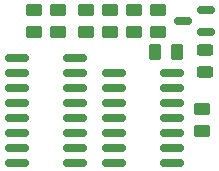
<source format=gbr>
%TF.GenerationSoftware,KiCad,Pcbnew,7.0.2*%
%TF.CreationDate,2023-05-26T00:25:00+02:00*%
%TF.ProjectId,usb-power-stick,7573622d-706f-4776-9572-2d737469636b,rev?*%
%TF.SameCoordinates,Original*%
%TF.FileFunction,Paste,Top*%
%TF.FilePolarity,Positive*%
%FSLAX46Y46*%
G04 Gerber Fmt 4.6, Leading zero omitted, Abs format (unit mm)*
G04 Created by KiCad (PCBNEW 7.0.2) date 2023-05-26 00:25:00*
%MOMM*%
%LPD*%
G01*
G04 APERTURE LIST*
G04 Aperture macros list*
%AMRoundRect*
0 Rectangle with rounded corners*
0 $1 Rounding radius*
0 $2 $3 $4 $5 $6 $7 $8 $9 X,Y pos of 4 corners*
0 Add a 4 corners polygon primitive as box body*
4,1,4,$2,$3,$4,$5,$6,$7,$8,$9,$2,$3,0*
0 Add four circle primitives for the rounded corners*
1,1,$1+$1,$2,$3*
1,1,$1+$1,$4,$5*
1,1,$1+$1,$6,$7*
1,1,$1+$1,$8,$9*
0 Add four rect primitives between the rounded corners*
20,1,$1+$1,$2,$3,$4,$5,0*
20,1,$1+$1,$4,$5,$6,$7,0*
20,1,$1+$1,$6,$7,$8,$9,0*
20,1,$1+$1,$8,$9,$2,$3,0*%
G04 Aperture macros list end*
%ADD10RoundRect,0.250000X0.450000X-0.262500X0.450000X0.262500X-0.450000X0.262500X-0.450000X-0.262500X0*%
%ADD11RoundRect,0.250000X-0.450000X0.262500X-0.450000X-0.262500X0.450000X-0.262500X0.450000X0.262500X0*%
%ADD12RoundRect,0.243750X0.456250X-0.243750X0.456250X0.243750X-0.456250X0.243750X-0.456250X-0.243750X0*%
%ADD13RoundRect,0.250000X-0.262500X-0.450000X0.262500X-0.450000X0.262500X0.450000X-0.262500X0.450000X0*%
%ADD14RoundRect,0.150000X-0.825000X-0.150000X0.825000X-0.150000X0.825000X0.150000X-0.825000X0.150000X0*%
%ADD15RoundRect,0.150000X0.587500X0.150000X-0.587500X0.150000X-0.587500X-0.150000X0.587500X-0.150000X0*%
G04 APERTURE END LIST*
D10*
%TO.C,C2*%
X134747000Y-106703500D03*
X134747000Y-104878500D03*
%TD*%
D11*
%TO.C,C3*%
X148971000Y-113260500D03*
X148971000Y-115085500D03*
%TD*%
D10*
%TO.C,R3*%
X145282500Y-106703500D03*
X145282500Y-104878500D03*
%TD*%
D11*
%TO.C,C4*%
X139192000Y-104878500D03*
X139192000Y-106703500D03*
%TD*%
D12*
%TO.C,D1*%
X149225000Y-110157500D03*
X149225000Y-108282500D03*
%TD*%
D10*
%TO.C,R2*%
X143250500Y-106703500D03*
X143250500Y-104878500D03*
%TD*%
%TO.C,C1*%
X136779000Y-106703500D03*
X136779000Y-104878500D03*
%TD*%
D13*
%TO.C,R4*%
X145010500Y-108458000D03*
X146835500Y-108458000D03*
%TD*%
D10*
%TO.C,R1*%
X141224000Y-106703500D03*
X141224000Y-104878500D03*
%TD*%
D14*
%TO.C,U2*%
X141517000Y-110180000D03*
X141517000Y-111450000D03*
X141517000Y-112720000D03*
X141517000Y-113990000D03*
X141517000Y-115260000D03*
X141517000Y-116530000D03*
X141517000Y-117800000D03*
X146467000Y-117800000D03*
X146467000Y-116530000D03*
X146467000Y-115260000D03*
X146467000Y-113990000D03*
X146467000Y-112720000D03*
X146467000Y-111450000D03*
X146467000Y-110180000D03*
%TD*%
%TO.C,U1*%
X133288000Y-108966000D03*
X133288000Y-110236000D03*
X133288000Y-111506000D03*
X133288000Y-112776000D03*
X133288000Y-114046000D03*
X133288000Y-115316000D03*
X133288000Y-116586000D03*
X133288000Y-117856000D03*
X138238000Y-117856000D03*
X138238000Y-116586000D03*
X138238000Y-115316000D03*
X138238000Y-114046000D03*
X138238000Y-112776000D03*
X138238000Y-111506000D03*
X138238000Y-110236000D03*
X138238000Y-108966000D03*
%TD*%
D15*
%TO.C,Q1*%
X149273500Y-106741000D03*
X149273500Y-104841000D03*
X147398500Y-105791000D03*
%TD*%
M02*

</source>
